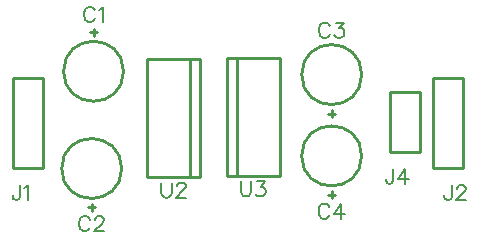
<source format=gbr>
G04 DipTrace 2.4.0.2*
%INTopSilk.gbr*%
%MOIN*%
%ADD10C,0.0098*%
%ADD33C,0.0077*%
%FSLAX44Y44*%
G04*
G70*
G90*
G75*
G01*
%LNTopSilk*%
%LPD*%
X3070Y6029D2*
D10*
X3306D1*
X3188Y6147D2*
Y5911D1*
X2188Y4730D2*
G02X2188Y4730I1000J0D01*
G01*
X3244Y191D2*
X3007D1*
X3125Y73D2*
Y309D1*
X2125Y1490D2*
G02X2125Y1490I1000J0D01*
G01*
X11244Y3321D2*
X11008D1*
X11126Y3203D2*
Y3439D1*
X10126Y4620D2*
G02X10126Y4620I1000J0D01*
G01*
X11244Y611D2*
X11008D1*
X11126Y493D2*
Y729D1*
X10126Y1910D2*
G02X10126Y1910I1000J0D01*
G01*
X500Y1500D2*
X1500D1*
Y4500D1*
X500D1*
Y1500D1*
X15502Y4500D2*
X14502D1*
Y1500D1*
X15502D1*
Y4500D1*
X13064Y2040D2*
X14064D1*
Y4040D1*
X13064D1*
Y2040D1*
X6751Y5129D2*
X4979D1*
Y1191D1*
X6751D1*
Y5129D1*
X6397D2*
Y1191D1*
X7625Y1231D2*
X9397D1*
Y5169D1*
X7625D1*
Y1231D1*
X7980D2*
Y5169D1*
X3230Y6760D2*
D33*
X3206Y6807D1*
X3158Y6855D1*
X3111Y6879D1*
X3015D1*
X2967Y6855D1*
X2919Y6807D1*
X2895Y6760D1*
X2871Y6688D1*
Y6568D1*
X2895Y6497D1*
X2919Y6449D1*
X2967Y6401D1*
X3015Y6377D1*
X3111D1*
X3158Y6401D1*
X3206Y6449D1*
X3230Y6497D1*
X3384Y6783D2*
X3432Y6807D1*
X3504Y6879D1*
Y6377D1*
X3060Y-216D2*
X3036Y-168D1*
X2988Y-120D1*
X2941Y-97D1*
X2845D1*
X2797Y-120D1*
X2749Y-168D1*
X2725Y-216D1*
X2701Y-288D1*
Y-408D1*
X2725Y-479D1*
X2749Y-527D1*
X2797Y-575D1*
X2845Y-599D1*
X2941D1*
X2988Y-575D1*
X3036Y-527D1*
X3060Y-479D1*
X3239Y-217D2*
Y-193D1*
X3262Y-145D1*
X3286Y-121D1*
X3334Y-97D1*
X3430D1*
X3477Y-121D1*
X3501Y-145D1*
X3526Y-193D1*
Y-240D1*
X3501Y-288D1*
X3454Y-360D1*
X3214Y-599D1*
X3549D1*
X11061Y6233D2*
X11037Y6280D1*
X10989Y6328D1*
X10941Y6352D1*
X10846D1*
X10798Y6328D1*
X10750Y6280D1*
X10726Y6233D1*
X10702Y6161D1*
Y6041D1*
X10726Y5970D1*
X10750Y5922D1*
X10798Y5874D1*
X10846Y5850D1*
X10941D1*
X10989Y5874D1*
X11037Y5922D1*
X11061Y5970D1*
X11263Y6352D2*
X11526D1*
X11383Y6160D1*
X11455D1*
X11502Y6137D1*
X11526Y6113D1*
X11550Y6041D1*
Y5993D1*
X11526Y5922D1*
X11478Y5874D1*
X11406Y5850D1*
X11335D1*
X11263Y5874D1*
X11240Y5898D1*
X11215Y5945D1*
X11049Y204D2*
X11025Y252D1*
X10977Y300D1*
X10930Y323D1*
X10834D1*
X10786Y300D1*
X10738Y252D1*
X10714Y204D1*
X10690Y132D1*
Y12D1*
X10714Y-59D1*
X10738Y-107D1*
X10786Y-155D1*
X10834Y-179D1*
X10930D1*
X10977Y-155D1*
X11025Y-107D1*
X11049Y-59D1*
X11443Y-179D2*
Y323D1*
X11203Y-12D1*
X11562D1*
X733Y937D2*
Y554D1*
X709Y482D1*
X685Y459D1*
X637Y434D1*
X589D1*
X541Y459D1*
X518Y482D1*
X493Y554D1*
Y602D1*
X887Y841D2*
X935Y865D1*
X1007Y936D1*
Y434D1*
X15127Y937D2*
Y554D1*
X15103Y482D1*
X15078Y459D1*
X15031Y434D1*
X14983D1*
X14935Y459D1*
X14912Y482D1*
X14887Y554D1*
Y602D1*
X15305Y817D2*
Y841D1*
X15329Y889D1*
X15353Y912D1*
X15401Y936D1*
X15497D1*
X15544Y912D1*
X15568Y889D1*
X15592Y841D1*
Y793D1*
X15568Y745D1*
X15520Y674D1*
X15281Y434D1*
X15616D1*
X13177Y1477D2*
Y1094D1*
X13153Y1022D1*
X13129Y999D1*
X13081Y974D1*
X13033D1*
X12986Y999D1*
X12962Y1022D1*
X12938Y1094D1*
Y1142D1*
X13571Y974D2*
Y1476D1*
X13331Y1142D1*
X13690D1*
X5453Y1022D2*
Y663D1*
X5477Y591D1*
X5525Y544D1*
X5597Y520D1*
X5644D1*
X5716Y544D1*
X5764Y591D1*
X5788Y663D1*
Y1022D1*
X5967Y902D2*
Y926D1*
X5991Y974D1*
X6014Y998D1*
X6062Y1021D1*
X6158D1*
X6206Y998D1*
X6229Y974D1*
X6254Y926D1*
Y878D1*
X6229Y830D1*
X6182Y759D1*
X5942Y520D1*
X6277D1*
X8099Y1062D2*
Y703D1*
X8123Y631D1*
X8171Y584D1*
X8243Y560D1*
X8290D1*
X8362Y584D1*
X8410Y631D1*
X8434Y703D1*
Y1062D1*
X8637Y1061D2*
X8899D1*
X8756Y870D1*
X8828D1*
X8875Y846D1*
X8899Y823D1*
X8923Y751D1*
Y703D1*
X8899Y631D1*
X8852Y583D1*
X8780Y560D1*
X8708D1*
X8637Y583D1*
X8613Y608D1*
X8588Y655D1*
M02*

</source>
